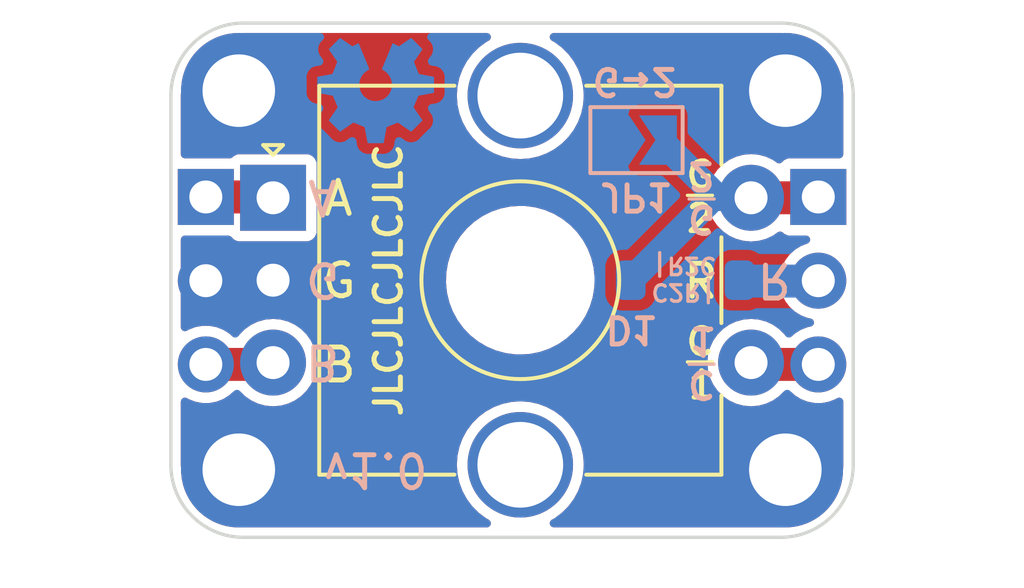
<source format=kicad_pcb>
(kicad_pcb (version 20221018) (generator pcbnew)
  (layers (0 "F.Cu" signal) (31 "B.Cu" signal) (34 "B.Paste" user) (35 "F.Paste" user) (36 "B.SilkS" user "B.Silkscreen") (37 "F.SilkS" user "F.Silkscreen") (38 "B.Mask" user) (39 "F.Mask" user) (44 "Edge.Cuts" user))
  (net 0 "")
  (net 1 "Net-(J1-Pin_1)")
  (net 2 "Net-(J1-Pin_3)")
  (net 3 "Net-(D1-K)")
  (net 4 "Net-(D1-A)")
  (net 5 "Net-(J2-Pin_3)")
  (net 6 "GND")
  (footprint "MountingHole:MountingHole_2.2mm_M2_ISO7380_Pad_TopBottom" (layer "F.Cu") (at 91.46 94.25)
    (fp_text reference "H1" hide)
    (fp_text value "MountingHole_Pad")
    (pad "1" thru_hole circle (at 0 0) (size 2.6 2.6) (drill 2.2) (layers "*.Cu" "*.Mask") (net 6 "GND"))
    (pad "1" connect circle (at 0 0) (size 3.5 3.5) (layers "F.Cu" "F.Mask") (net 6 "GND"))
    (pad "1" connect circle (at 0 0) (size 3.5 3.5) (layers "B.Cu" "B.Mask") (net 6 "GND"))
  )
  (footprint "MountingHole:MountingHole_2.2mm_M2_ISO7380_Pad_TopBottom" (layer "F.Cu") (at 108.04 94.25)
    (fp_text reference "H2" hide)
    (fp_text value "MountingHole_Pad")
    (pad "1" thru_hole circle (at 0 0) (size 2.6 2.6) (drill 2.2) (layers "*.Cu" "*.Mask") (net 6 "GND"))
    (pad "1" connect circle (at 0 0) (size 3.5 3.5) (layers "F.Cu" "F.Mask") (net 6 "GND"))
    (pad "1" connect circle (at 0 0) (size 3.5 3.5) (layers "B.Cu" "B.Mask") (net 6 "GND"))
  )
  (footprint "Rotary_Encoder:RotaryEncoder_Alps_EC11E-Switch_Vertical_H20mm_CircularMountingHoles" (layer "F.Cu") (at 100 99.999999)
    (fp_text reference "EC1" hide)
    (fp_text value "RotaryEncoder_Switch")
    (fp_line (start -7.8 -4.1) (end -7.2 -4.1) (stroke (width 0.12)) (layer "F.SilkS"))
    (fp_line (start -7.5 -3.8) (end -7.8 -4.1) (stroke (width 0.12)) (layer "F.SilkS"))
    (fp_line (start -7.2 -4.1) (end -7.5 -3.8) (stroke (width 0.12)) (layer "F.SilkS"))
    (fp_line (start -6.1 -5.9) (end -6.1 5.9) (stroke (width 0.12)) (layer "F.SilkS"))
    (fp_line (start -2 -5.9) (end -6.1 -5.9) (stroke (width 0.12)) (layer "F.SilkS"))
    (fp_line (start -2 5.9) (end -6.1 5.9) (stroke (width 0.12)) (layer "F.SilkS"))
    (fp_line (start 2 -5.9) (end 6.1 -5.9) (stroke (width 0.12)) (layer "F.SilkS"))
    (fp_line (start 6.1 -5.9) (end 6.1 -3.5) (stroke (width 0.12)) (layer "F.SilkS"))
    (fp_line (start 6.1 -1.3) (end 6.1 1.3) (stroke (width 0.12)) (layer "F.SilkS"))
    (fp_line (start 6.1 3.5) (end 6.1 5.9) (stroke (width 0.12)) (layer "F.SilkS"))
    (fp_line (start 6.1 5.9) (end 2 5.9) (stroke (width 0.12)) (layer "F.SilkS"))
    (fp_circle (center 0 0) (end 3 0) (stroke (width 0.12)) (fill none) (layer "F.SilkS"))
    (pad "" np_thru_hole circle (at 0 0) (size 4 4) (drill 4) (layers "F&B.Cu" "*.Mask"))
    (pad "A" thru_hole rect (at -7.5 -2.5) (size 2 2) (drill 1) (layers "*.Cu" "*.Mask") (net 1 "Net-(J1-Pin_1)"))
    (pad "B" thru_hole circle (at -7.5 2.5) (size 2 2) (drill 1) (layers "*.Cu" "*.Mask") (net 2 "Net-(J1-Pin_3)"))
    (pad "C" thru_hole circle (at -7.5 0) (size 2 2) (drill 1) (layers "*.Cu" "*.Mask") (net 6 "GND"))
    (pad "MP" thru_hole circle (at 0 -5.6) (size 3.2 3.2) (drill 2.6) (layers "*.Cu" "*.Mask"))
    (pad "MP" thru_hole circle (at 0 5.6) (size 3.2 3.2) (drill 2.6) (layers "*.Cu" "*.Mask"))
    (pad "S1" thru_hole circle (at 7 2.5) (size 2 2) (drill 1) (layers "*.Cu" "*.Mask") (net 5 "Net-(J2-Pin_3)"))
    (pad "S2" thru_hole circle (at 7 -2.5) (size 2 2) (drill 1) (layers "*.Cu" "*.Mask") (net 4 "Net-(D1-A)"))
  )
  (footprint "MountingHole:MountingHole_2.2mm_M2_ISO7380_Pad_TopBottom" (layer "F.Cu") (at 108.04 105.75)
    (fp_text reference "H3" hide)
    (fp_text value "MountingHole_Pad")
    (pad "1" thru_hole circle (at 0 0) (size 2.6 2.6) (drill 2.2) (layers "*.Cu" "*.Mask") (net 6 "GND"))
    (pad "1" connect circle (at 0 0) (size 3.5 3.5) (layers "F.Cu" "F.Mask") (net 6 "GND"))
    (pad "1" connect circle (at 0 0) (size 3.5 3.5) (layers "B.Cu" "B.Mask") (net 6 "GND"))
  )
  (footprint "Connector_PinHeader_2.54mm:PinHeader_1x03_P2.54mm_Vertical" (layer "F.Cu") (at 109.04 97.474999)
    (fp_text reference "J2" hide)
    (fp_text value "Conn_01x03_Pin")
    (pad "1" thru_hole rect (at 0 0) (size 1.7 1.7) (drill 1) (layers "*.Cu" "*.Mask") (net 4 "Net-(D1-A)"))
    (pad "2" thru_hole oval (at 0 2.54) (size 1.7 1.7) (drill 1) (layers "*.Cu" "*.Mask") (net 3 "Net-(D1-K)"))
    (pad "3" thru_hole oval (at 0 5.08) (size 1.7 1.7) (drill 1) (layers "*.Cu" "*.Mask") (net 5 "Net-(J2-Pin_3)"))
  )
  (footprint "Connector_PinHeader_2.54mm:PinHeader_1x03_P2.54mm_Vertical" (layer "F.Cu") (at 90.46 97.474999)
    (fp_text reference "J1" hide)
    (fp_text value "Conn_01x03_Pin")
    (pad "1" thru_hole rect (at 0 0) (size 1.7 1.7) (drill 1) (layers "*.Cu" "*.Mask") (net 1 "Net-(J1-Pin_1)"))
    (pad "2" thru_hole oval (at 0 2.54) (size 1.7 1.7) (drill 1) (layers "*.Cu" "*.Mask") (net 6 "GND"))
    (pad "3" thru_hole oval (at 0 5.08) (size 1.7 1.7) (drill 1) (layers "*.Cu" "*.Mask") (net 2 "Net-(J1-Pin_3)"))
  )
  (footprint "MountingHole:MountingHole_2.2mm_M2_ISO7380_Pad_TopBottom" (layer "F.Cu") (at 91.46 105.75)
    (fp_text reference "H4" hide)
    (fp_text value "MountingHole_Pad")
    (pad "1" thru_hole circle (at 0 0) (size 2.6 2.6) (drill 2.2) (layers "*.Cu" "*.Mask") (net 6 "GND"))
    (pad "1" connect circle (at 0 0) (size 3.5 3.5) (layers "F.Cu" "F.Mask") (net 6 "GND"))
    (pad "1" connect circle (at 0 0) (size 3.5 3.5) (layers "B.Cu" "B.Mask") (net 6 "GND"))
  )
  (footprint "Jumper:SolderJumper-2_P1.3mm_Open_TrianglePad1.0x1.5mm" (layer "B.Cu") (at 103.525 95.75)
    (fp_text reference "JP1" (at 0 1.25 180 unlocked) (layer "B.SilkS") (effects (font (size 0.8 0.8)) (justify bottom mirror)))
    (fp_text value "Jumper_2_Open")
    (fp_line (start -1.4 -1) (end -1.4 1) (stroke (width 0.12)) (layer "B.SilkS"))
    (fp_line (start -1.4 1) (end 1.4 1) (stroke (width 0.12)) (layer "B.SilkS"))
    (fp_line (start 1.4 -1) (end -1.4 -1) (stroke (width 0.12)) (layer "B.SilkS"))
    (fp_line (start 1.4 1) (end 1.4 -1) (stroke (width 0.12)) (layer "B.SilkS"))
    (pad "1" smd custom (at -0.725 0) (size 0.3 0.3) (layers "B.Cu" "B.Mask") (net 6 "GND") (options (clearance outline) (anchor rect)) (primitives (gr_poly (pts (xy 1 0) (xy 0.5 -0.75) (xy -0.5 -0.75) (xy -0.5 0.75) (xy 0.5 0.75)) (width 0) (fill yes))))
    (pad "2" smd custom (at 0.725 0) (size 0.3 0.3) (layers "B.Cu" "B.Mask") (net 4 "Net-(D1-A)") (options (clearance outline) (anchor rect)) (primitives (gr_poly (pts (xy 0.5 -0.75) (xy -0.65 -0.75) (xy -0.15 0) (xy -0.65 0.75) (xy 0.5 0.75)) (width 0) (fill yes))))
  )
  (footprint "Diode_SMD:D_SOD-123" (layer "B.Cu") (at 105 100 180)
    (fp_text reference "D1" (at 2.5 -1.5 180 unlocked) (layer "B.SilkS") (effects (font (size 0.8 0.8)) (justify left mirror)))
    (fp_text value "D")
    (pad "1" smd roundrect (at -1.65 0 180) (size 0.9 1.2) (layers "B.Cu" "B.Paste" "B.Mask") (net 3 "Net-(D1-K)"))
    (pad "2" smd roundrect (at 1.65 0 180) (size 0.9 1.2) (layers "B.Cu" "B.Paste" "B.Mask") (net 4 "Net-(D1-A)"))
  )
  (gr_poly (pts (xy 95.835788 95.844393) (xy 95.836795 95.844318) (xy 95.837798 95.844195) (xy 95.838793 95.844024) (xy 95.839781 95.843808) (xy 95.84076 95.843547) (xy 95.841727 95.843243) (xy 95.842682 95.842896) (xy 95.843623 95.842509) (xy 95.844549 95.842081) (xy 95.845457 95.841615) (xy 95.846347 95.841112) (xy 95.847218 95.840573) (xy 95.848067 95.839999) (xy 95.848893 95.839392) (xy 95.849694 95.838752) (xy 95.85047 95.838081) (xy 95.851218 95.837381) (xy 95.851937 95.836651) (xy 95.852626 95.835894) (xy 95.853284 95.835112) (xy 95.853907 95.834304) (xy 95.854496 95.833472) (xy 95.855049 95.832619) (xy 95.855564 95.831744) (xy 95.856039 95.830848) (xy 95.856474 95.829935) (xy 95.856866 95.829003) (xy 95.857215 95.828056) (xy 95.857518 95.827093) (xy 95.857775 95.826117) (xy 95.857983 95.825128) (xy 95.941731 95.375217) (xy 95.941943 95.37422) (xy 95.942199 95.373219) (xy 95.942843 95.371215) (xy 95.943651 95.369218) (xy 95.944612 95.367239) (xy 95.945715 95.365293) (xy 95.946947 95.363393) (xy 95.948299 95.361551) (xy 95.949758 95.35978) (xy 95.951314 95.358094) (xy 95.952955 95.356506) (xy 95.95467 95.355029) (xy 95.956448 95.353676) (xy 95.958276 95.352459) (xy 95.960145 95.351392) (xy 95.961091 95.350919) (xy 95.962043 95.350489) (xy 95.962999 95.350102) (xy 95.963958 95.349761) (xy 96.265504 95.226322) (xy 96.267378 95.225498) (xy 96.269365 95.224809) (xy 96.271447 95.224254) (xy 96.273608 95.223834) (xy 96.27583 95.223545) (xy 96.278096 95.223388) (xy 96.280387 95.22336) (xy 96.282687 95.223461) (xy 96.284978 95.22369) (xy 96.287243 95.224044) (xy 96.289463 95.224524) (xy 96.291622 95.225128) (xy 96.293703 95.225854) (xy 96.295686 95.226702) (xy 96.297556 95.22767) (xy 96.299295 95.228757) (xy 96.675169 95.486696) (xy 96.676016 95.487247) (xy 96.676887 95.487756) (xy 96.677782 95.488222) (xy 96.678698 95.488645) (xy 96.679634 95.489026) (xy 96.680587 95.489364) (xy 96.681555 95.489661) (xy 96.682537 95.489916) (xy 96.683531 95.490129) (xy 96.684534 95.4903) (xy 96.686562 95.490519) (xy 96.688607 95.490574) (xy 96.690652 95.490466) (xy 96.692682 95.490197) (xy 96.694683 95.489769) (xy 96.696638 95.489181) (xy 96.697594 95.488829) (xy 96.698533 95.488437) (xy 96.699453 95.488006) (xy 96.700352 95.487537) (xy 96.701229 95.487029) (xy 96.70208 95.486483) (xy 96.702905 95.485898) (xy 96.703702 95.485276) (xy 96.704468 95.484615) (xy 96.705202 95.483917) (xy 97.021751 95.167368) (xy 97.022449 95.166634) (xy 97.023109 95.165868) (xy 97.023731 95.165071) (xy 97.024315 95.164245) (xy 97.02486 95.163393) (xy 97.025367 95.162516) (xy 97.026264 95.160695) (xy 97.027005 95.158798) (xy 97.027589 95.15684) (xy 97.028015 95.154837) (xy 97.028281 95.152804) (xy 97.028386 95.150757) (xy 97.02833 95.14871) (xy 97.028111 95.14668) (xy 97.027727 95.144681) (xy 97.027179 95.142729) (xy 97.026842 95.141775) (xy 97.026464 95.140839) (xy 97.026044 95.139922) (xy 97.025581 95.139027) (xy 97.025077 95.138155) (xy 97.02453 95.137308) (xy 96.771089 94.767917) (xy 96.769999 94.766171) (xy 96.769032 94.764298) (xy 96.768188 94.762315) (xy 96.767469 94.760239) (xy 96.766876 94.758088) (xy 96.76641 94.755878) (xy 96.766072 94.753626) (xy 96.765863 94.751349) (xy 96.765785 94.749065) (xy 96.765837 94.746789) (xy 96.766022 94.74454) (xy 96.766341 94.742335) (xy 96.766794 94.740189) (xy 96.767383 94.738121) (xy 96.768109 94.736148) (xy 96.768972 94.734285) (xy 96.902308 94.423213) (xy 96.903069 94.421303) (xy 96.904006 94.41941) (xy 96.905103 94.417547) (xy 96.906349 94.415723) (xy 96.90773 94.41395) (xy 96.909233 94.41224) (xy 96.910845 94.410604) (xy 96.912552 94.409053) (xy 96.914341 94.407599) (xy 96.916199 94.406252) (xy 96.918112 94.405024) (xy 96.920068 94.403927) (xy 96.922054 94.402971) (xy 96.924056 94.402168) (xy 96.92606 94.401529) (xy 96.928054 94.401065) (xy 97.363042 94.320175) (xy 97.364028 94.319962) (xy 97.365002 94.319701) (xy 97.365963 94.319394) (xy 97.366908 94.319042) (xy 97.367838 94.318647) (xy 97.36875 94.318209) (xy 97.369643 94.317731) (xy 97.370516 94.317214) (xy 97.372199 94.316069) (xy 97.373787 94.314786) (xy 97.37527 94.313375) (xy 97.376639 94.31185) (xy 97.377884 94.310221) (xy 97.378994 94.308501) (xy 97.379961 94.306701) (xy 97.380386 94.305775) (xy 97.380773 94.304833) (xy 97.381118 94.303877) (xy 97.38142 94.302909) (xy 97.38168 94.301929) (xy 97.381894 94.30094) (xy 97.382062 94.299943) (xy 97.382184 94.298939) (xy 97.382256 94.297929) (xy 97.382279 94.296916) (xy 97.382226 93.849227) (xy 97.382201 93.848216) (xy 97.382126 93.847208) (xy 97.382002 93.846205) (xy 97.381831 93.845209) (xy 97.381614 93.84422) (xy 97.381353 93.84324) (xy 97.381048 93.842271) (xy 97.3807 93.841314) (xy 97.380312 93.840372) (xy 97.379884 93.839444) (xy 97.379417 93.838534) (xy 97.378913 93.837641) (xy 97.378373 93.836769) (xy 97.377799 93.835918) (xy 97.377191 93.83509) (xy 97.37655 93.834287) (xy 97.375879 93.833509) (xy 97.375177 93.832759) (xy 97.374448 93.832038) (xy 97.373691 93.831348) (xy 97.372908 93.83069) (xy 97.3721 93.830065) (xy 97.371269 93.829475) (xy 97.370415 93.828922) (xy 97.369541 93.828406) (xy 97.368647 93.827931) (xy 97.367734 93.827497) (xy 97.366804 93.827105) (xy 97.365858 93.826757) (xy 97.364897 93.826455) (xy 97.363923 93.826201) (xy 97.362936 93.825995) (xy 96.938638 93.747036) (xy 96.93764 93.746831) (xy 96.936639 93.74658) (xy 96.935637 93.746284) (xy 96.934637 93.745945) (xy 96.932645 93.745142) (xy 96.930677 93.744183) (xy 96.928744 93.74308) (xy 96.92686 93.741843) (xy 96.925037 93.740486) (xy 96.923288 93.739018) (xy 96.921625 93.737453) (xy 96.920062 93.735802) (xy 96.91861 93.734075) (xy 96.917283 93.732286) (xy 96.916093 93.730445) (xy 96.915053 93.728564) (xy 96.914176 93.726655) (xy 96.913802 93.725694) (xy 96.913474 93.72473) (xy 96.781012 93.393838) (xy 96.780193 93.391956) (xy 96.779509 93.389963) (xy 96.778961 93.387876) (xy 96.778547 93.385712) (xy 96.778264 93.383489) (xy 96.778113 93.381224) (xy 96.778091 93.378933) (xy 96.778197 93.376636) (xy 96.77843 93.374347) (xy 96.778789 93.372086) (xy 96.779272 93.369869) (xy 96.779877 93.367713) (xy 96.780604 93.365636) (xy 96.781451 93.363654) (xy 96.782416 93.361786) (xy 96.783499 93.360048) (xy 97.02453 93.008835) (xy 97.025081 93.007988) (xy 97.02559 93.007116) (xy 97.026056 93.00622) (xy 97.026479 93.005303) (xy 97.02686 93.004367) (xy 97.027199 93.003412) (xy 97.027495 93.002442) (xy 97.02775 93.001459) (xy 97.027963 93.000463) (xy 97.028134 92.999458) (xy 97.028353 92.997425) (xy 97.028408 92.995376) (xy 97.028301 92.993326) (xy 97.028032 92.99129) (xy 97.027603 92.989285) (xy 97.027016 92.987325) (xy 97.026663 92.986367) (xy 97.026271 92.985426) (xy 97.025841 92.984504) (xy 97.025371 92.983603) (xy 97.024863 92.982726) (xy 97.024317 92.981873) (xy 97.023733 92.981047) (xy 97.02311 92.980249) (xy 97.02245 92.979483) (xy 97.021751 92.978749) (xy 96.705149 92.6622) (xy 96.70442 92.661506) (xy 96.703658 92.66085) (xy 96.702865 92.660232) (xy 96.702043 92.659651) (xy 96.701193 92.659109) (xy 96.700319 92.658604) (xy 96.698503 92.65771) (xy 96.696609 92.65697) (xy 96.694653 92.656385) (xy 96.692651 92.655959) (xy 96.690619 92.65569) (xy 96.688571 92.655582) (xy 96.686523 92.655635) (xy 96.684492 92.655851) (xy 96.682491 92.656231) (xy 96.680538 92.656777) (xy 96.679584 92.657112) (xy 96.678648 92.65749) (xy 96.677731 92.657909) (xy 96.676835 92.658371) (xy 96.675963 92.658875) (xy 96.675116 92.659421) (xy 96.330095 92.896218) (xy 96.328361 92.897298) (xy 96.326503 92.898245) (xy 96.324539 92.899058) (xy 96.322486 92.899738) (xy 96.32036 92.900283) (xy 96.318178 92.900695) (xy 96.315958 92.900972) (xy 96.313716 92.901114) (xy 96.311469 92.90112) (xy 96.309233 92.900992) (xy 96.307027 92.900727) (xy 96.304866 92.900326) (xy 96.302768 92.899789) (xy 96.30075 92.899115) (xy 96.298828 92.898304) (xy 96.297019 92.897356) (xy 96.14487 92.816122) (xy 96.14396 92.815689) (xy 96.143043 92.815309) (xy 96.142119 92.81498) (xy 96.141192 92.814703) (xy 96.140261 92.814476) (xy 96.13933 92.814299) (xy 96.138398 92.814171) (xy 96.137469 92.814093) (xy 96.136543 92.814062) (xy 96.135622 92.814079) (xy 96.134708 92.814143) (xy 96.133802 92.814254) (xy 96.132906 92.81441) (xy 96.132022 92.814612) (xy 96.13115 92.814859) (xy 96.130293 92.815149) (xy 96.129453 92.815484) (xy 96.12863 92.815861) (xy 96.127826 92.81628) (xy 96.127044 92.816742) (xy 96.126284 92.817245) (xy 96.125548 92.817788) (xy 96.124838 92.818371) (xy 96.124155 92.818994) (xy 96.123501 92.819656) (xy 96.122877 92.820356) (xy 96.122286 92.821094) (xy 96.121728 92.821869) (xy 96.121205 92.822681) (xy 96.12072 92.823529) (xy 96.120272 92.824412) (xy 96.119865 92.82533) (xy 95.806173 93.583377) (xy 95.80581 93.58432) (xy 95.805495 93.585277) (xy 95.805228 93.586247) (xy 95.805008 93.587227) (xy 95.804834 93.588217) (xy 95.804705 93.589213) (xy 95.804622 93.590215) (xy 95.804583 93.59122) (xy 95.804587 93.592228) (xy 95.804635 93.593235) (xy 95.804726 93.59424) (xy 95.804858 93.595241) (xy 95.805032 93.596237) (xy 95.805247 93.597226) (xy 95.805501 93.598205) (xy 95.805796 93.599174) (xy 95.806129 93.600129) (xy 95.8065 93.601071) (xy 95.806909 93.601996) (xy 95.807356 93.602903) (xy 95.807838 93.60379) (xy 95.808357 93.604655) (xy 95.808911 93.605497) (xy 95.809499 93.606313) (xy 95.810122 93.607102) (xy 95.810778 93.607863) (xy 95.811466 93.608592) (xy 95.812187 93.609289) (xy 95.81294 93.609952) (xy 95.813723 93.610579) (xy 95.814537 93.611167) (xy 95.815381 93.611716) (xy 95.853458 93.635028) (xy 95.856199 93.636773) (xy 95.859125 93.638765) (xy 95.862181 93.640961) (xy 95.865312 93.643317) (xy 95.868464 93.645789) (xy 95.87158 93.648334) (xy 95.874605 93.650909) (xy 95.877484 93.653471) (xy 95.902691 93.670724) (xy 95.926747 93.689457) (xy 95.949586 93.709604) (xy 95.971145 93.7311) (xy 95.991356 93.75388) (xy 96.010153 93.777878) (xy 96.027473 93.80303) (xy 96.043248 93.829269) (xy 96.057413 93.856531) (xy 96.069902 93.884751) (xy 96.08065 93.913863) (xy 96.089591 93.943801) (xy 96.09666 93.974501) (xy 96.10179 94.005898) (xy 96.104916 94.037925) (xy 96.105973 94.070518) (xy 96.105329 94.095997) (xy 96.103417 94.121141) (xy 96.100268 94.145919) (xy 96.095914 94.170301) (xy 96.090386 94.194255) (xy 96.083714 94.21775) (xy 96.075931 94.240754) (xy 96.067066 94.263238) (xy 96.057151 94.28517) (xy 96.046218 94.306518) (xy 96.034297 94.327251) (xy 96.021419 94.347339) (xy 96.007616 94.366751) (xy 95.992918 94.385454) (xy 95.977358 94.403419) (xy 95.960965 94.420613) (xy 95.943771 94.437007) (xy 95.925807 94.452568) (xy 95.907104 94.467266) (xy 95.887694 94.48107) (xy 95.867607 94.493948) (xy 95.846874 94.505869) (xy 95.825528 94.516803) (xy 95.803597 94.526717) (xy 95.781115 94.535582) (xy 95.758112 94.543366) (xy 95.734619 94.550038) (xy 95.710667 94.555566) (xy 95.686287 94.55992) (xy 95.661511 94.563069) (xy 95.636369 94.56498) (xy 95.610893 94.565625) (xy 95.585417 94.56498) (xy 95.560275 94.563069) (xy 95.535498 94.55992) (xy 95.511118 94.555566) (xy 95.487165 94.550038) (xy 95.463671 94.543366) (xy 95.440667 94.535582) (xy 95.418184 94.526717) (xy 95.396253 94.516803) (xy 95.374905 94.505869) (xy 95.354171 94.493948) (xy 95.334083 94.48107) (xy 95.314672 94.467266) (xy 95.295968 94.452568) (xy 95.278003 94.437007) (xy 95.260807 94.420613) (xy 95.244413 94.403419) (xy 95.228851 94.385454) (xy 95.214153 94.366751) (xy 95.200348 94.347339) (xy 95.187469 94.327251) (xy 95.175547 94.306518) (xy 95.164613 94.28517) (xy 95.154697 94.263238) (xy 95.145831 94.240754) (xy 95.138047 94.21775) (xy 95.131375 94.194255) (xy 95.125846 94.170301) (xy 95.121491 94.145919) (xy 95.118343 94.121141) (xy 95.11643 94.095997) (xy 95.115786 94.070518) (xy 95.116052 94.054155) (xy 95.116843 94.037925) (xy 95.118152 94.021837) (xy 95.11997 94.005898) (xy 95.122289 93.990116) (xy 95.125102 93.974501) (xy 95.128398 93.95906) (xy 95.132172 93.943801) (xy 95.136413 93.928733) (xy 95.141114 93.913863) (xy 95.146267 93.899199) (xy 95.151864 93.884751) (xy 95.157896 93.870526) (xy 95.164355 93.856531) (xy 95.178521 93.829269) (xy 95.194297 93.80303) (xy 95.211617 93.777878) (xy 95.230415 93.75388) (xy 95.250625 93.7311) (xy 95.272182 93.709604) (xy 95.29502 93.689457) (xy 95.319073 93.670724) (xy 95.344274 93.653471) (xy 95.34717 93.650909) (xy 95.350206 93.648334) (xy 95.353328 93.645789) (xy 95.356483 93.643317) (xy 95.359616 93.640961) (xy 95.362675 93.638765) (xy 95.365605 93.636773) (xy 95.368354 93.635028) (xy 95.406431 93.611716) (xy 95.407279 93.611167) (xy 95.408097 93.610579) (xy 95.408885 93.609952) (xy 95.409641 93.609289) (xy 95.410365 93.608592) (xy 95.411056 93.607863) (xy 95.412339 93.606313) (xy 95.413484 93.604655) (xy 95.414486 93.602903) (xy 95.415342 93.601071) (xy 95.416046 93.599174) (xy 95.416593 93.597226) (xy 95.416979 93.595241) (xy 95.417199 93.593235) (xy 95.417248 93.59122) (xy 95.417121 93.589213) (xy 95.41699 93.588217) (xy 95.416814 93.587227) (xy 95.416591 93.586247) (xy 95.416321 93.585277) (xy 95.416004 93.58432) (xy 95.415639 93.583377) (xy 95.101921 92.825357) (xy 95.101513 92.824438) (xy 95.101066 92.823555) (xy 95.100579 92.822707) (xy 95.100056 92.821895) (xy 95.099498 92.821119) (xy 95.098906 92.820381) (xy 95.098282 92.81968) (xy 95.097627 92.819017) (xy 95.096943 92.818393) (xy 95.096232 92.817809) (xy 95.095495 92.817265) (xy 95.094735 92.816761) (xy 95.093951 92.816299) (xy 95.093147 92.815879) (xy 95.092323 92.815501) (xy 95.091482 92.815166) (xy 95.090625 92.814875) (xy 95.089753 92.814628) (xy 95.088868 92.814425) (xy 95.087972 92.814269) (xy 95.087066 92.814158) (xy 95.086152 92.814094) (xy 95.085231 92.814077) (xy 95.084305 92.814108) (xy 95.083377 92.814187) (xy 95.082446 92.814316) (xy 95.081515 92.814494) (xy 95.080586 92.814722) (xy 95.07966 92.815001) (xy 95.078738 92.815331) (xy 95.077823 92.815713) (xy 95.076916 92.816148) (xy 94.924766 92.897382) (xy 94.922962 92.89833) (xy 94.921043 92.899141) (xy 94.919027 92.899813) (xy 94.91693 92.900349) (xy 94.91477 92.900748) (xy 94.912564 92.901011) (xy 94.910328 92.901138) (xy 94.90808 92.90113) (xy 94.905836 92.900987) (xy 94.903614 92.90071) (xy 94.901431 92.900298) (xy 94.899303 92.899753) (xy 94.897249 92.899075) (xy 94.895283 92.898264) (xy 94.893425 92.89732) (xy 94.89169 92.896245) (xy 94.546696 92.659448) (xy 94.545847 92.658901) (xy 94.544972 92.658397) (xy 94.544075 92.657935) (xy 94.543156 92.657516) (xy 94.542219 92.657139) (xy 94.541263 92.656803) (xy 94.540293 92.65651) (xy 94.539309 92.656258) (xy 94.538313 92.656047) (xy 94.537307 92.655878) (xy 94.535275 92.655662) (xy 94.533228 92.655609) (xy 94.53118 92.655717) (xy 94.529147 92.655985) (xy 94.527145 92.656412) (xy 94.525189 92.656996) (xy 94.524233 92.657347) (xy 94.523294 92.657736) (xy 94.522374 92.658164) (xy 94.521476 92.658631) (xy 94.520601 92.659135) (xy 94.51975 92.659678) (xy 94.518927 92.660259) (xy 94.518132 92.660877) (xy 94.517368 92.661533) (xy 94.516636 92.662226) (xy 94.200034 92.978776) (xy 94.199338 92.97951) (xy 94.19868 92.980276) (xy 94.198059 92.981073) (xy 94.197477 92.981899) (xy 94.196932 92.982752) (xy 94.196426 92.98363) (xy 94.195529 92.985452) (xy 94.194787 92.987351) (xy 94.194201 92.989311) (xy 94.193773 92.991317) (xy 94.193505 92.993352) (xy 94.193397 92.995402) (xy 94.193451 92.997451) (xy 94.193668 92.999484) (xy 94.19405 93.001485) (xy 94.194599 93.003439) (xy 94.194936 93.004393) (xy 94.195315 93.00533) (xy 94.195736 93.006247) (xy 94.1962 93.007142) (xy 94.196706 93.008015) (xy 94.197255 93.008861) (xy 94.43826 93.360074) (xy 94.439352 93.361812) (xy 94.440325 93.363681) (xy 94.441177 93.365662) (xy 94.441908 93.367739) (xy 94.442517 93.369895) (xy 94.443002 93.372112) (xy 94.443361 93.374374) (xy 94.443595 93.376662) (xy 94.443701 93.37896) (xy 94.443678 93.38125) (xy 94.443526 93.383515) (xy 94.443242 93.385739) (xy 94.442826 93.387902) (xy 94.442277 93.389989) (xy 94.441593 93.391983) (xy 94.440773 93.393865) (xy 94.308311 93.724756) (xy 94.307985 93.72572) (xy 94.307613 93.726682) (xy 94.306737 93.728591) (xy 94.305697 93.730471) (xy 94.304505 93.732312) (xy 94.303175 93.734102) (xy 94.30172 93.735828) (xy 94.300152 93.73748) (xy 94.298484 93.739045) (xy 94.29673 93.740512) (xy 94.294903 93.74187) (xy 94.293015 93.743106) (xy 94.291079 93.74421) (xy 94.289109 93.745169) (xy 94.287117 93.745972) (xy 94.285117 93.746607) (xy 94.284117 93.746858) (xy 94.28312 93.747063) (xy 93.858823 93.826021) (xy 93.857834 93.826227) (xy 93.856858 93.826482) (xy 93.855895 93.826784) (xy 93.854948 93.827131) (xy 93.854016 93.827523) (xy 93.853103 93.827957) (xy 93.852208 93.828433) (xy 93.851333 93.828948) (xy 93.850479 93.829501) (xy 93.849647 93.830091) (xy 93.848057 93.831374) (xy 93.846571 93.832786) (xy 93.845199 93.834313) (xy 93.843952 93.835945) (xy 93.842839 93.837668) (xy 93.84187 93.839471) (xy 93.841055 93.841341) (xy 93.840708 93.842297) (xy 93.840404 93.843266) (xy 93.840143 93.844246) (xy 93.839927 93.845235) (xy 93.839756 93.846232) (xy 93.839633 93.847235) (xy 93.839558 93.848243) (xy 93.839533 93.849254) (xy 93.839507 94.296943) (xy 93.839532 94.297953) (xy 93.839606 94.298961) (xy 93.839729 94.299963) (xy 93.839899 94.300958) (xy 93.840115 94.301945) (xy 93.840375 94.302923) (xy 93.840679 94.30389) (xy 93.841025 94.304844) (xy 93.841412 94.305785) (xy 93.841838 94.30671) (xy 93.842303 94.307618) (xy 93.842805 94.308508) (xy 93.843344 94.309377) (xy 93.843917 94.310226) (xy 93.844524 94.311052) (xy 93.845163 94.311853) (xy 93.845833 94.312629) (xy 93.846533 94.313377) (xy 93.847262 94.314097) (xy 93.848019 94.314787) (xy 93.848801 94.315445) (xy 93.849609 94.31607) (xy 93.850441 94.31666) (xy 93.851295 94.317215) (xy 93.852171 94.317732) (xy 93.853066 94.318209) (xy 93.853981 94.318647) (xy 93.854914 94.319042) (xy 93.855863 94.319394) (xy 93.856827 94.319701) (xy 93.857805 94.319962) (xy 93.858796 94.320175) (xy 94.293758 94.401065) (xy 94.294757 94.401275) (xy 94.295761 94.401529) (xy 94.297773 94.402168) (xy 94.29978 94.402971) (xy 94.30177 94.403927) (xy 94.303728 94.405024) (xy 94.305644 94.406252) (xy 94.307502 94.407599) (xy 94.30929 94.409053) (xy 94.310995 94.410604) (xy 94.312604 94.41224) (xy 94.314104 94.41395) (xy 94.315481 94.415723) (xy 94.316723 94.417547) (xy 94.317816 94.41941) (xy 94.318747 94.421303) (xy 94.319148 94.422257) (xy 94.319504 94.423213) (xy 94.452866 94.734285) (xy 94.453725 94.736148) (xy 94.454446 94.738121) (xy 94.455032 94.740189) (xy 94.455483 94.742335) (xy 94.4558 94.74454) (xy 94.455984 94.746789) (xy 94.456036 94.749065) (xy 94.455959 94.751349) (xy 94.455751 94.753626) (xy 94.455416 94.755878) (xy 94.454954 94.758088) (xy 94.454366 94.760239) (xy 94.453652 94.762315) (xy 94.452816 94.764298) (xy 94.451856 94.766171) (xy 94.450776 94.767917) (xy 94.197308 95.137308) (xy 94.196757 95.138155) (xy 94.196249 95.139027) (xy 94.195783 95.139922) (xy 94.19536 95.140839) (xy 94.19498 95.141775) (xy 94.194642 95.142729) (xy 94.194346 95.143698) (xy 94.194092 95.144681) (xy 94.19388 95.145675) (xy 94.193709 95.14668) (xy 94.193492 95.14871) (xy 94.193439 95.150757) (xy 94.193548 95.152804) (xy 94.193818 95.154837) (xy 94.194247 95.15684) (xy 94.194834 95.158798) (xy 94.195187 95.159755) (xy 94.195578 95.160695) (xy 94.196008 95.161616) (xy 94.196477 95.162516) (xy 94.196984 95.163393) (xy 94.197529 95.164245) (xy 94.198112 95.165071) (xy 94.198733 95.165868) (xy 94.199391 95.166634) (xy 94.200087 95.167368) (xy 94.516663 95.483917) (xy 94.517394 95.484615) (xy 94.518158 95.485276) (xy 94.518953 95.485898) (xy 94.519777 95.486483) (xy 94.520627 95.487029) (xy 94.521502 95.487537) (xy 94.523321 95.488437) (xy 94.525215 95.489181) (xy 94.527171 95.489769) (xy 94.529174 95.490197) (xy 94.531206 95.490466) (xy 94.533254 95.490574) (xy 94.535302 95.490519) (xy 94.537334 95.4903) (xy 94.539335 95.489916) (xy 94.54129 95.489364) (xy 94.542245 95.489026) (xy 94.543183 95.488645) (xy 94.544101 95.488222) (xy 94.544999 95.487756) (xy 94.545873 95.487247) (xy 94.546722 95.486696) (xy 94.92257 95.228757) (xy 94.924304 95.22767) (xy 94.92617 95.226702) (xy 94.92815 95.225854) (xy 94.930228 95.225128) (xy 94.932385 95.224524) (xy 94.934603 95.224044) (xy 94.936867 95.22369) (xy 94.939158 95.223461) (xy 94.941458 95.22336) (xy 94.94375 95.223388) (xy 94.946017 95.223545) (xy 94.948242 95.223834) (xy 94.950405 95.224254) (xy 94.952492 95.224809) (xy 94.954482 95.225498) (xy 94.95636 95.226322) (xy 95.257933 95.349761) (xy 95.259853 95.350489) (xy 95.261753 95.351392) (xy 95.263625 95.352459) (xy 95.265455 95.353676) (xy 95.267233 95.355029) (xy 95.268947 95.356506) (xy 95.270588 95.358094) (xy 95.272143 95.35978) (xy 95.273601 95.361551) (xy 95.274951 95.363393) (xy 95.276182 95.365293) (xy 95.277283 95.367239) (xy 95.278242 95.369218) (xy 95.279049 95.371215) (xy 95.279692 95.373219) (xy 95.28016 95.375217) (xy 95.363882 95.825128) (xy 95.36409 95.826117) (xy 95.364347 95.827093) (xy 95.36465 95.828056) (xy 95.364998 95.829003) (xy 95.365391 95.829935) (xy 95.365825 95.830848) (xy 95.366301 95.831744) (xy 95.366815 95.832619) (xy 95.367368 95.833472) (xy 95.367957 95.834304) (xy 95.369237 95.835894) (xy 95.370645 95.837381) (xy 95.372167 95.838752) (xy 95.373794 95.839999) (xy 95.375511 95.841112) (xy 95.377308 95.842081) (xy 95.378232 95.842509) (xy 95.379172 95.842896) (xy 95.380125 95.843243) (xy 95.381091 95.843547) (xy 95.382068 95.843808) (xy 95.383054 95.844024) (xy 95.384048 95.844195) (xy 95.385048 95.844318) (xy 95.386053 95.844393) (xy 95.387062 95.844418) (xy 95.834777 95.844418)) (fill solid) (layer "B.Cu"))
  (gr_line (start 91.6 92.2) (end 107.9 92.2) (stroke (width 0.1)) (layer "Edge.Cuts"))
  (gr_arc (start 91.6 107.8) (mid 90.044365 107.155635) (end 89.4 105.6) (stroke (width 0.1)) (layer "Edge.Cuts"))
  (gr_arc (start 110.1 105.6) (mid 109.455635 107.155635) (end 107.9 107.8) (stroke (width 0.1)) (layer "Edge.Cuts"))
  (gr_line (start 89.4 105.6) (end 89.4 94.4) (stroke (width 0.1)) (layer "Edge.Cuts"))
  (gr_arc (start 107.9 92.2) (mid 109.455635 92.844365) (end 110.1 94.4) (stroke (width 0.1)) (layer "Edge.Cuts"))
  (gr_line (start 110.1 94.4) (end 110.1 105.6) (stroke (width 0.1)) (layer "Edge.Cuts"))
  (gr_arc (start 89.4 94.4) (mid 90.044365 92.844365) (end 91.6 92.2) (stroke (width 0.1)) (layer "Edge.Cuts"))
  (gr_line (start 107.9 107.8) (end 91.6 107.8) (stroke (width 0.1)) (layer "Edge.Cuts"))
  (gr_text "R" (at 108.3 99.41325 180) (layer "B.SilkS") (effects (font (size 1 1)) (justify right bottom mirror)))
  (gr_text "2" (at 105.5 96.362499 180) (layer "B.SilkS") (effects (font (size 0.8 0.8)) (justify bottom mirror)))
  (gr_text "C" (at 105.5 103.624999 180) (layer "B.SilkS") (effects (font (size 0.8 0.8)) (justify top mirror)))
  (gr_text "-" (at 105.5 102.624999 180) (layer "B.SilkS") (effects (font (size 1 1) (thickness 0.1))))
  (gr_text "B" (at 94 101.898249 180) (layer "B.SilkS") (effects (font (size 1 1)) (justify bottom mirror)))
  (gr_text "G" (at 94 99.398249 180) (layer "B.SilkS") (effects (font (size 1 1)) (justify bottom mirror)))
  (gr_text "-" (at 105.5 97.612499 180) (layer "B.SilkS") (effects (font (size 1 1) (thickness 0.1))))
  (gr_text "G" (at 105.499999 98.612499 180) (layer "B.SilkS") (effects (font (size 0.8 0.8)) (justify top mirror)))
  (gr_text "C2R|\n|R2C" (at 103.92381 99.2655 180) (layer "B.SilkS") (effects (font (size 0.5 0.5) (thickness 0.1) bold) (justify left bottom mirror)))
  (gr_text "1" (at 105.55 101.374999 180) (layer "B.SilkS") (effects (font (size 0.8 0.8)) (justify bottom mirror)))
  (gr_text "A" (at 94.000001 96.898249 180) (layer "B.SilkS") (effects (font (size 1 1)) (justify bottom mirror)))
  (gr_text "v1.0" (at 95.610894 105.75 180) (layer "B.SilkS") (effects (font (size 1 1)) (justify mirror)))
  (gr_text "G→2" (at 102.10381 93.5 180) (layer "B.SilkS") (effects (font (size 0.8 0.8)) (justify left bottom mirror)))
  (gr_text "A" (at 93.946429 98.101749) (layer "F.SilkS") (effects (font (size 1 1)) (justify left bottom)))
  (gr_text "G" (at 94.5 100.601749) (layer "F.SilkS") (effects (font (size 1 1)) (justify bottom)))
  (gr_text "2" (at 105.45 98.599999) (layer "F.SilkS") (effects (font (size 0.8 0.8)) (justify bottom)))
  (gr_text "JLCJLCJLCJLC" (at 96 99.999999 90) (layer "F.SilkS") (effects (font (size 0.8 0.8))))
  (gr_text "-" (at 105.45 102.4025) (layer "F.SilkS") (effects (font (size 1 1) (thickness 0.1)) (justify mirror)))
  (gr_text "C" (at 105.45 101.4025) (layer "F.SilkS") (effects (font (size 0.8 0.8)) (justify top)))
  (gr_text "G" (at 105.449999 96.349999) (layer "F.SilkS") (effects (font (size 0.8 0.8)) (justify top)))
  (gr_text "-" (at 105.45 97.349999) (layer "F.SilkS") (effects (font (size 1 1) (thickness 0.1)) (justify mirror)))
  (gr_text "R" (at 106.075 100.61675) (layer "F.SilkS") (effects (font (size 1 1)) (justify right bottom)))
  (gr_text "B" (at 94.5 103.15675) (layer "F.SilkS") (effects (font (size 1 1)) (justify bottom)))
  (gr_text "1" (at 105.5 103.6525) (layer "F.SilkS") (effects (font (size 0.8 0.8)) (justify bottom)))
  (segment (start 90.46 97.475) (end 92.475 97.475) (width 1) (layer "F.Cu") (net 1))
  (segment (start 90.46 102.555) (end 92.445 102.555) (width 1) (layer "F.Cu") (net 2))
  (segment (start 109.0275 100.027499) (end 107 100.027499) (width 1) (layer "B.Cu") (net 3))
  (segment (start 107 97.499999) (end 109.015 97.499999) (width 1) (layer "F.Cu") (net 4))
  (segment (start 103.35 100) (end 105.850001 97.499999) (width 0.8) (layer "B.Cu") (net 4))
  (segment (start 105.999999 97.499999) (end 104.5 96) (width 0.8) (layer "B.Cu") (net 4))
  (segment (start 105.850001 97.499999) (end 107 97.499999) (width 0.8) (layer "B.Cu") (net 4))
  (segment (start 107 97.499999) (end 105.999999 97.499999) (width 0.8) (layer "B.Cu") (net 4))
  (segment (start 109.04 102.554999) (end 107.055 102.554999) (width 1) (layer "F.Cu") (net 5))
  (zone (net 6) (net_name "GND") (layers "F&B.Cu") (connect_pads yes (clearance 0.32)) (min_thickness 0.25) (fill yes (thermal_gap 0.5) (thermal_bridge_width 0.5))
    (polygon (pts (xy 87.5 91.5) (xy 112 91.5) (xy 112 108.5) (xy 87.5 108.5)))
  )
)
</source>
